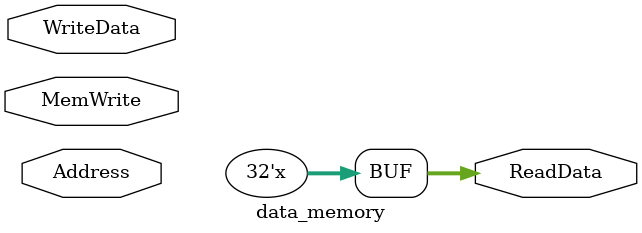
<source format=v>
/* Data Memory Module
Similar to the register modules, takes in a control signal to
determine whether to write to data memory.  The address input is
the memory location to either read or write on. Always read data.
If memWrite is HIGH, then WriteData is saved in the address specified.
*/

// hard coded limits to the memory
`define STACK_UPPER_LIMIT 32'h7fffffff
`define STACK_LOWER_LIMIT 32'h7ffffeff

module data_memory (
	input MemWrite,
	input [31:0] Address,
	input [31:0] WriteData,
	output reg [31:0] ReadData
);

reg [31:0] data [`STACK_UPPER_LIMIT:`STACK_LOWER_LIMIT]; // can't initialize data, don't assume it's anything

always @ (*) begin
	ReadData <= data [Address]; // want to read data no matter what.

	if (MemWrite) begin
		data [Address] <= WriteData;
	end
end

endmodule

</source>
